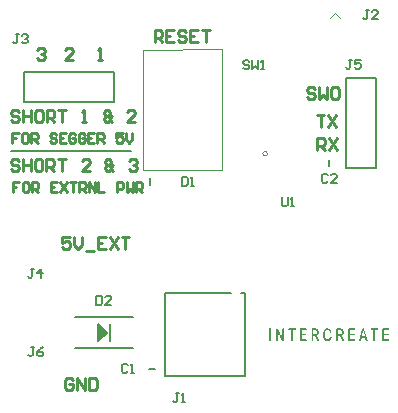
<source format=gto>
G04*
G04 #@! TF.GenerationSoftware,Altium Limited,Altium Designer,24.6.1 (21)*
G04*
G04 Layer_Color=65535*
%FSLAX44Y44*%
%MOMM*%
G71*
G04*
G04 #@! TF.SameCoordinates,8DCAB7A9-A94A-4F5B-9992-067C88242E54*
G04*
G04*
G04 #@! TF.FilePolarity,Positive*
G04*
G01*
G75*
%ADD10C,0.1000*%
%ADD11C,0.1524*%
%ADD12C,0.1270*%
%ADD13C,0.2000*%
%ADD14C,0.2540*%
G36*
X86360Y67056D02*
X79502Y60198D01*
Y73914D01*
X86360Y67056D01*
D02*
G37*
G36*
X273837Y70518D02*
X274155Y70454D01*
X274917Y70264D01*
X275298Y70010D01*
X275679Y69756D01*
X275742Y69692D01*
X275869Y69629D01*
X275996Y69438D01*
X276187Y69248D01*
X276568Y68549D01*
X276758Y68168D01*
X276822Y67724D01*
Y67279D01*
Y67216D01*
X276758Y67152D01*
X276695Y67089D01*
X276504Y67025D01*
X275552D01*
X275488Y67089D01*
X275361Y67152D01*
X275298Y67279D01*
Y67470D01*
Y67533D01*
Y67597D01*
X275234Y67914D01*
X275044Y68359D01*
X274726Y68740D01*
X274663Y68803D01*
X274409Y68994D01*
X274028Y69121D01*
X273520Y69184D01*
X273329D01*
X272948Y69121D01*
X272504Y68994D01*
X272059Y68740D01*
X271996Y68676D01*
X271805Y68422D01*
X271615Y68041D01*
X271488Y67597D01*
Y67470D01*
X271424Y67216D01*
Y66771D01*
Y66200D01*
X271361Y65501D01*
Y64676D01*
X271488Y63025D01*
Y62898D01*
X271615Y62580D01*
X271742Y62199D01*
X272059Y61818D01*
X272186Y61755D01*
X272440Y61628D01*
X272885Y61437D01*
X273393Y61374D01*
X273520D01*
X273837Y61437D01*
X274282Y61564D01*
X274663Y61818D01*
X274726Y61882D01*
X274980Y62136D01*
X275171Y62517D01*
X275298Y63025D01*
Y63342D01*
Y63406D01*
X275361Y63533D01*
X275425Y63596D01*
X275615Y63660D01*
X276568D01*
X276695Y63596D01*
X276758Y63533D01*
X276822Y63342D01*
Y62961D01*
Y62898D01*
X276758Y62771D01*
Y62517D01*
X276631Y62199D01*
X276314Y61437D01*
X276060Y61120D01*
X275742Y60739D01*
X275679Y60675D01*
X275615Y60612D01*
X275361Y60485D01*
X275107Y60294D01*
X274790Y60104D01*
X274409Y59977D01*
X273964Y59913D01*
X273456Y59850D01*
X273202D01*
X272948Y59913D01*
X272631Y59977D01*
X271869Y60231D01*
X271424Y60421D01*
X271043Y60739D01*
X270980Y60802D01*
X270916Y60929D01*
X270726Y61120D01*
X270535Y61374D01*
X270218Y62072D01*
X270027Y62453D01*
X269964Y62961D01*
Y63088D01*
Y63342D01*
Y63787D01*
Y64358D01*
Y65057D01*
Y65819D01*
Y67470D01*
Y67533D01*
X270027Y67724D01*
Y67914D01*
X270154Y68232D01*
X270472Y68994D01*
X270726Y69375D01*
X271043Y69692D01*
X271107Y69756D01*
X271234Y69819D01*
X271424Y69946D01*
X271742Y70137D01*
X272440Y70454D01*
X272885Y70518D01*
X273393Y70581D01*
X273647D01*
X273837Y70518D01*
D02*
G37*
G36*
X236245Y70327D02*
X236309Y70200D01*
Y60231D01*
Y60167D01*
Y60104D01*
X236182Y60040D01*
X236055Y59977D01*
X234594D01*
X234531Y60040D01*
X234467Y60167D01*
X231483Y67597D01*
X231419Y67660D01*
X231356D01*
X231292Y67597D01*
Y60167D01*
Y60104D01*
X231229Y60040D01*
X231165Y59913D01*
X230975Y59850D01*
X230213D01*
X230149Y59913D01*
X230022Y59977D01*
X229959Y60167D01*
Y70073D01*
Y70137D01*
X230022Y70264D01*
X230086Y70327D01*
X230276Y70391D01*
X231673D01*
X231737Y70327D01*
X231800Y70200D01*
X234721Y62707D01*
X234848Y62644D01*
X234912D01*
X235039Y62707D01*
Y70200D01*
Y70264D01*
X235102Y70327D01*
X235166Y70391D01*
X235356Y70454D01*
X236182D01*
X236245Y70327D01*
D02*
G37*
G36*
X284442Y70518D02*
X284759Y70454D01*
X285521Y70264D01*
X285839Y70010D01*
X286220Y69756D01*
X286283Y69692D01*
X286347Y69629D01*
X286537Y69438D01*
X286728Y69248D01*
X287109Y68549D01*
X287363Y67724D01*
Y67660D01*
Y67533D01*
Y67343D01*
X287299Y67089D01*
X287172Y66517D01*
X286855Y65882D01*
X286791Y65755D01*
X286537Y65438D01*
X286093Y65057D01*
X285521Y64739D01*
X285458Y64676D01*
X285331Y64549D01*
X285267Y64422D01*
Y64295D01*
X285331Y64231D01*
X287109Y60485D01*
Y60421D01*
Y60358D01*
Y60167D01*
X286918Y60040D01*
X285902D01*
X285775Y60104D01*
X285585Y60167D01*
X285521Y60358D01*
X283743Y64104D01*
Y64168D01*
X283616Y64231D01*
X283489Y64295D01*
X282664Y64231D01*
X282600Y64168D01*
X282537Y64104D01*
X282473D01*
Y60358D01*
Y60294D01*
X282410Y60231D01*
X282346Y60104D01*
X282156Y60040D01*
X281203D01*
X281140Y60104D01*
X281076Y60167D01*
X281013Y60358D01*
Y70264D01*
Y70327D01*
X281076Y70454D01*
X281140Y70518D01*
X281267Y70581D01*
X284188D01*
X284442Y70518D01*
D02*
G37*
G36*
X263360D02*
X263677Y70454D01*
X264376Y70264D01*
X264757Y70010D01*
X265138Y69756D01*
X265201Y69692D01*
X265265Y69629D01*
X265455Y69438D01*
X265646Y69248D01*
X266027Y68549D01*
X266154Y68168D01*
X266217Y67724D01*
Y67660D01*
Y67533D01*
Y67343D01*
Y67089D01*
X266090Y66517D01*
X265773Y65882D01*
X265709Y65755D01*
X265455Y65438D01*
X265011Y65057D01*
X264439Y64739D01*
X264376Y64676D01*
X264249Y64549D01*
X264122Y64422D01*
Y64295D01*
X264185Y64231D01*
X266027Y60485D01*
Y60421D01*
X266090Y60358D01*
X266027Y60167D01*
X265900Y60040D01*
X264820D01*
X264757Y60104D01*
X264630Y60167D01*
X264503Y60358D01*
X262852Y64104D01*
X262788Y64168D01*
X262534Y64295D01*
X261518Y64231D01*
X261455Y64168D01*
X261391Y64104D01*
X261328D01*
Y60358D01*
Y60294D01*
X261264Y60231D01*
X261201Y60104D01*
X261010Y60040D01*
X260185D01*
X260121Y60104D01*
X259994Y60167D01*
X259931Y60358D01*
Y70264D01*
Y70327D01*
X259994Y70454D01*
X260058Y70518D01*
X260248Y70581D01*
X263106D01*
X263360Y70518D01*
D02*
G37*
G36*
X325272Y70327D02*
X325336Y70200D01*
Y69375D01*
Y69311D01*
X325272Y69184D01*
X325209Y69057D01*
X325018Y68994D01*
X321526D01*
X321462Y68930D01*
Y68867D01*
Y66200D01*
X321526D01*
X321589Y66136D01*
X325018D01*
X325082Y66073D01*
X325145Y66009D01*
X325209Y65819D01*
Y64993D01*
Y64930D01*
Y64866D01*
X325082Y64803D01*
X324955Y64739D01*
X321589D01*
X321526Y64676D01*
X321462Y64612D01*
X321335Y61564D01*
Y61501D01*
X321399Y61437D01*
X321462Y61374D01*
X321526Y61437D01*
X325209D01*
X325336Y61374D01*
X325463Y61310D01*
X325526Y61120D01*
Y60231D01*
Y60167D01*
X325463Y60104D01*
X325399Y60040D01*
X325145Y59977D01*
X320192D01*
X320065Y60040D01*
X319938Y60104D01*
X319875Y60231D01*
Y70200D01*
Y70264D01*
X319938Y70327D01*
X320065Y70391D01*
X320256Y70454D01*
X325209D01*
X325272Y70327D01*
D02*
G37*
G36*
X316255D02*
X316319Y70200D01*
Y69375D01*
Y69311D01*
X316255Y69184D01*
X316192Y69057D01*
X316001Y68994D01*
X313842D01*
X313779Y68930D01*
X313715Y68867D01*
Y68740D01*
Y68549D01*
Y68168D01*
Y67660D01*
Y66898D01*
Y66390D01*
Y65882D01*
Y65311D01*
Y64612D01*
Y60231D01*
Y60167D01*
X313652Y60104D01*
X313588Y60040D01*
X313398Y59977D01*
X312572D01*
X312509Y60040D01*
X312382Y60104D01*
X312318Y60231D01*
Y68867D01*
Y68930D01*
X312255Y68994D01*
X310159D01*
X310096Y69057D01*
X310032Y69184D01*
X309969Y69375D01*
Y70200D01*
Y70264D01*
X310032Y70327D01*
X310096Y70391D01*
X310223Y70454D01*
X316192D01*
X316255Y70327D01*
D02*
G37*
G36*
X304571Y70391D02*
X304698Y70264D01*
X307492Y60231D01*
X307429Y60104D01*
X307365Y60040D01*
X307175Y59977D01*
X306286D01*
X306095Y60040D01*
X305968Y60167D01*
X305270Y62453D01*
Y62517D01*
X305206Y62580D01*
X305143Y62644D01*
X302476D01*
X302349Y62580D01*
X302222Y62453D01*
X301650Y60167D01*
X301587Y60104D01*
X301523Y60040D01*
X301333Y59977D01*
X300380D01*
X300317Y60040D01*
X300190Y60104D01*
X300126Y60231D01*
X302984Y70264D01*
Y70327D01*
X303047Y70391D01*
X303111Y70454D01*
X304508D01*
X304571Y70391D01*
D02*
G37*
G36*
X296570Y70327D02*
X296634Y70200D01*
Y69375D01*
Y69311D01*
Y69184D01*
X296507Y69057D01*
X296380Y68994D01*
X292760D01*
X292570Y68867D01*
Y66200D01*
X292633Y66136D01*
X296126D01*
X296253Y66073D01*
X296316Y66009D01*
X296380Y65819D01*
Y64993D01*
Y64930D01*
X296316Y64866D01*
X296253Y64803D01*
X296062Y64739D01*
X292697D01*
X292633Y64676D01*
X292570Y64612D01*
Y61564D01*
X292760D01*
Y61501D01*
Y61437D01*
X292824Y61374D01*
X292887Y61437D01*
X296507D01*
X296634Y61374D01*
X296697Y61310D01*
X296761Y61120D01*
Y60231D01*
Y60167D01*
X296697Y60104D01*
X296634Y60040D01*
X296443Y59977D01*
X291427D01*
X291363Y60040D01*
X291236Y60104D01*
X291173Y60231D01*
Y70200D01*
Y70264D01*
X291236Y70327D01*
X291300Y70391D01*
X291490Y70454D01*
X296507D01*
X296570Y70327D01*
D02*
G37*
G36*
X255613D02*
X255676Y70200D01*
Y69375D01*
Y69311D01*
X255613Y69184D01*
X255549Y69057D01*
X255359Y68994D01*
X251803D01*
X251612Y68867D01*
Y66200D01*
X251676Y66136D01*
X255168D01*
X255232Y66073D01*
X255295Y66009D01*
X255359Y65819D01*
Y64993D01*
Y64930D01*
Y64866D01*
X255232Y64803D01*
X255105Y64739D01*
X251739D01*
X251485Y64612D01*
Y61564D01*
X251739D01*
Y61501D01*
Y61437D01*
Y61374D01*
X251803Y61437D01*
X255422D01*
X255549Y61374D01*
X255613Y61310D01*
X255676Y61120D01*
Y60231D01*
Y60167D01*
X255613Y60104D01*
X255549Y60040D01*
X255359Y59977D01*
X250469D01*
X250406Y60040D01*
X250279Y60104D01*
X250215Y60231D01*
Y70200D01*
Y70264D01*
X250279Y70327D01*
X250342Y70391D01*
X250533Y70454D01*
X255549D01*
X255613Y70327D01*
D02*
G37*
G36*
X246405D02*
X246469Y70200D01*
Y69375D01*
Y69311D01*
X246405Y69184D01*
X246342Y69057D01*
X246151Y68994D01*
X243929D01*
Y68930D01*
X243992D01*
Y68867D01*
Y68740D01*
Y68549D01*
Y68168D01*
Y67660D01*
Y66898D01*
Y66390D01*
Y65882D01*
Y65311D01*
Y64612D01*
Y60231D01*
Y60167D01*
X243929Y60104D01*
X243865Y60040D01*
X243675Y59977D01*
X242722D01*
X242659Y60040D01*
X242532Y60104D01*
X242468Y60231D01*
Y68867D01*
Y68930D01*
Y68994D01*
X240436D01*
X240309Y69057D01*
X240182Y69184D01*
X240119Y69375D01*
Y70200D01*
Y70264D01*
X240182Y70327D01*
X240309Y70391D01*
X240500Y70454D01*
X246342D01*
X246405Y70327D01*
D02*
G37*
G36*
X225260D02*
X225323Y70200D01*
Y60231D01*
Y60167D01*
X225260Y60104D01*
X225196Y60040D01*
X225006Y59977D01*
X224180D01*
X224053Y60040D01*
X223926Y60104D01*
Y60231D01*
Y70200D01*
Y70264D01*
Y70327D01*
X224053Y70391D01*
X224244Y70454D01*
X225196D01*
X225260Y70327D01*
D02*
G37*
%LPC*%
G36*
X283934Y69057D02*
X282664Y68994D01*
X282600D01*
X282537Y68930D01*
X282473Y68867D01*
Y65692D01*
X282537Y65628D01*
X284061D01*
X284442Y65692D01*
X284823Y65819D01*
X285267Y66136D01*
X285331Y66263D01*
X285521Y66517D01*
X285712Y66898D01*
X285775Y67406D01*
Y67470D01*
Y67533D01*
X285712Y67787D01*
X285585Y68168D01*
X285267Y68549D01*
X285204Y68613D01*
X284886Y68803D01*
X284505Y68994D01*
X283934Y69057D01*
D02*
G37*
G36*
X262915D02*
X261518Y68994D01*
X261455D01*
X261391Y68930D01*
X261328Y68867D01*
Y65692D01*
X261391D01*
X261455Y65628D01*
X263042D01*
X263360Y65692D01*
X263741Y65819D01*
X264122Y66136D01*
X264185Y66263D01*
X264376Y66517D01*
X264566Y66898D01*
X264630Y67406D01*
Y67470D01*
Y67533D01*
X264566Y67787D01*
X264439Y68168D01*
X264122Y68549D01*
X264058Y68613D01*
X263804Y68803D01*
X263423Y68994D01*
X262915Y69057D01*
D02*
G37*
G36*
X303936Y68613D02*
X303873D01*
X303809Y68486D01*
X302793Y64295D01*
Y64231D01*
X302857Y64168D01*
X302920Y64104D01*
X304889D01*
X304952Y64168D01*
X304889Y64295D01*
X304000Y68486D01*
Y68549D01*
X303936Y68613D01*
D02*
G37*
%LPD*%
D10*
X222492Y218422D02*
G03*
X222492Y218422I-1938J0D01*
G01*
X275606Y333545D02*
X279606Y337545D01*
X283606Y333545D01*
X116860Y210032D02*
Y306032D01*
X183860Y307047D01*
Y205032D02*
Y307047D01*
X116860Y205032D02*
X183860D01*
X116860D02*
Y210032D01*
D11*
X136144Y30226D02*
Y100584D01*
Y30226D02*
X203962D01*
Y100584D01*
Y100838D01*
X200152D02*
X203962D01*
X136144D02*
X191516D01*
X136144Y100584D02*
Y100838D01*
X274635Y207652D02*
Y212732D01*
X59944Y80010D02*
X108712D01*
X59944Y54102D02*
X108712D01*
X79502Y60198D02*
X86360Y67056D01*
X79502Y73914D02*
X86360Y67056D01*
X79502Y60198D02*
Y73914D01*
X89154Y60198D02*
Y73914D01*
X123096Y198072D02*
X123096Y192072D01*
X121920Y35812D02*
X127000D01*
D12*
X5842Y220980D02*
X106680D01*
X234698Y181609D02*
Y175261D01*
X235967Y173991D01*
X238506D01*
X239776Y175261D01*
Y181609D01*
X242315Y173991D02*
X244854D01*
X243585D01*
Y181609D01*
X242315Y180339D01*
X25146Y54609D02*
X22607D01*
X23877D01*
Y48261D01*
X22607Y46991D01*
X21338D01*
X20068Y48261D01*
X32764Y54609D02*
X30225Y53339D01*
X27686Y50800D01*
Y48261D01*
X28955Y46991D01*
X31494D01*
X32764Y48261D01*
Y49530D01*
X31494Y50800D01*
X27686D01*
X308356Y339851D02*
X305817D01*
X307087D01*
Y333503D01*
X305817Y332233D01*
X304548D01*
X303278Y333503D01*
X315974Y332233D02*
X310896D01*
X315974Y337312D01*
Y338581D01*
X314704Y339851D01*
X312165D01*
X310896Y338581D01*
X207011Y296163D02*
X205742Y297433D01*
X203202D01*
X201933Y296163D01*
Y294894D01*
X203202Y293624D01*
X205742D01*
X207011Y292354D01*
Y291085D01*
X205742Y289815D01*
X203202D01*
X201933Y291085D01*
X209550Y297433D02*
Y289815D01*
X212090Y292354D01*
X214629Y289815D01*
Y297433D01*
X217168Y289815D02*
X219707D01*
X218438D01*
Y297433D01*
X217168Y296163D01*
X293970Y298150D02*
X291431D01*
X292701D01*
Y291802D01*
X291431Y290532D01*
X290162D01*
X288892Y291802D01*
X301588Y298150D02*
X296509D01*
Y294341D01*
X299049Y295610D01*
X300318D01*
X301588Y294341D01*
Y291802D01*
X300318Y290532D01*
X297779D01*
X296509Y291802D01*
X24638Y120903D02*
X22099D01*
X23369D01*
Y114555D01*
X22099Y113285D01*
X20830D01*
X19560Y114555D01*
X30986Y113285D02*
Y120903D01*
X27178Y117094D01*
X32256D01*
X11938Y319785D02*
X9399D01*
X10669D01*
Y313437D01*
X9399Y312167D01*
X8130D01*
X6860Y313437D01*
X14478Y318515D02*
X15747Y319785D01*
X18286D01*
X19556Y318515D01*
Y317246D01*
X18286Y315976D01*
X17017D01*
X18286D01*
X19556Y314706D01*
Y313437D01*
X18286Y312167D01*
X15747D01*
X14478Y313437D01*
X147574Y15493D02*
X145035D01*
X146304D01*
Y9145D01*
X145035Y7875D01*
X143765D01*
X142496Y9145D01*
X150113Y7875D02*
X152652D01*
X151383D01*
Y15493D01*
X150113Y14223D01*
X77726Y98043D02*
Y90425D01*
X81535D01*
X82804Y91695D01*
Y96773D01*
X81535Y98043D01*
X77726D01*
X90422Y90425D02*
X85344D01*
X90422Y95504D01*
Y96773D01*
X89152Y98043D01*
X86613D01*
X85344Y96773D01*
X150116Y198881D02*
Y191263D01*
X153924D01*
X155194Y192533D01*
Y197611D01*
X153924Y198881D01*
X150116D01*
X157733Y191263D02*
X160272D01*
X159003D01*
Y198881D01*
X157733Y197611D01*
X273558Y200151D02*
X272289Y201421D01*
X269750D01*
X268480Y200151D01*
Y195073D01*
X269750Y193803D01*
X272289D01*
X273558Y195073D01*
X281176Y193803D02*
X276098D01*
X281176Y198882D01*
Y200151D01*
X279906Y201421D01*
X277367D01*
X276098Y200151D01*
X104394Y39369D02*
X103124Y40639D01*
X100585D01*
X99316Y39369D01*
Y34291D01*
X100585Y33021D01*
X103124D01*
X104394Y34291D01*
X106933Y33021D02*
X109472D01*
X108203D01*
Y40639D01*
X106933Y39369D01*
D13*
X93029Y262424D02*
X93029Y287824D01*
X16829Y262424D02*
X93029Y262424D01*
X16829Y262424D02*
Y287824D01*
X93029D01*
X288798Y206756D02*
Y282956D01*
Y206756D02*
X314198D01*
X314198Y282956D02*
X314198Y206756D01*
X288798Y282956D02*
X314198Y282956D01*
D14*
X12608Y194171D02*
X7277D01*
Y190172D01*
X9942D01*
X7277D01*
Y186173D01*
X19273Y194171D02*
X16607D01*
X15274Y192838D01*
Y187506D01*
X16607Y186173D01*
X19273D01*
X20606Y187506D01*
Y192838D01*
X19273Y194171D01*
X23272Y186173D02*
Y194171D01*
X27270D01*
X28603Y192838D01*
Y190172D01*
X27270Y188839D01*
X23272D01*
X25937D02*
X28603Y186173D01*
X44598Y194171D02*
X39266D01*
Y186173D01*
X44598D01*
X39266Y190172D02*
X41932D01*
X47264Y194171D02*
X52595Y186173D01*
Y194171D02*
X47264Y186173D01*
X55261Y194171D02*
X60593D01*
X57927D01*
Y186173D01*
X63259D02*
Y194171D01*
X67257D01*
X68590Y192838D01*
Y190172D01*
X67257Y188839D01*
X63259D01*
X65925D02*
X68590Y186173D01*
X71256D02*
Y194171D01*
X76588Y186173D01*
Y194171D01*
X79254D02*
Y186173D01*
X84585D01*
X95248D02*
Y194171D01*
X99247D01*
X100580Y192838D01*
Y190172D01*
X99247Y188839D01*
X95248D01*
X103246Y194171D02*
Y186173D01*
X105912Y188839D01*
X108577Y186173D01*
Y194171D01*
X111243Y186173D02*
Y194171D01*
X115242D01*
X116575Y192838D01*
Y190172D01*
X115242Y188839D01*
X111243D01*
X113909D02*
X116575Y186173D01*
X12095Y212168D02*
X10429Y213834D01*
X7097D01*
X5430Y212168D01*
Y210502D01*
X7097Y208836D01*
X10429D01*
X12095Y207170D01*
Y205504D01*
X10429Y203838D01*
X7097D01*
X5430Y205504D01*
X15427Y213834D02*
Y203838D01*
Y208836D01*
X22092D01*
Y213834D01*
Y203838D01*
X30422Y213834D02*
X27090D01*
X25424Y212168D01*
Y205504D01*
X27090Y203838D01*
X30422D01*
X32088Y205504D01*
Y212168D01*
X30422Y213834D01*
X35421Y203838D02*
Y213834D01*
X40419D01*
X42085Y212168D01*
Y208836D01*
X40419Y207170D01*
X35421D01*
X38753D02*
X42085Y203838D01*
X45418Y213834D02*
X52082D01*
X48750D01*
Y203838D01*
X72076D02*
X65411D01*
X72076Y210502D01*
Y212168D01*
X70409Y213834D01*
X67077D01*
X65411Y212168D01*
X92069Y203838D02*
X90403Y205504D01*
X88737Y203838D01*
X87071D01*
X85405Y205504D01*
Y207170D01*
X87071Y208836D01*
X85405Y210502D01*
Y212168D01*
X87071Y213834D01*
X88737D01*
X90403Y212168D01*
Y210502D01*
X88737Y208836D01*
X90403Y207170D01*
Y205504D01*
X92069Y208836D02*
X90403Y207170D01*
X87071Y208836D02*
X88737D01*
X105398Y212168D02*
X107064Y213834D01*
X110397D01*
X112063Y212168D01*
Y210502D01*
X110397Y208836D01*
X108730D01*
X110397D01*
X112063Y207170D01*
Y205504D01*
X110397Y203838D01*
X107064D01*
X105398Y205504D01*
X11936Y235835D02*
X6604D01*
Y231837D01*
X9270D01*
X6604D01*
Y227838D01*
X18600Y235835D02*
X15934D01*
X14601Y234503D01*
Y229171D01*
X15934Y227838D01*
X18600D01*
X19933Y229171D01*
Y234503D01*
X18600Y235835D01*
X22599Y227838D02*
Y235835D01*
X26598D01*
X27930Y234503D01*
Y231837D01*
X26598Y230504D01*
X22599D01*
X25265D02*
X27930Y227838D01*
X43925Y234503D02*
X42592Y235835D01*
X39927D01*
X38594Y234503D01*
Y233170D01*
X39927Y231837D01*
X42592D01*
X43925Y230504D01*
Y229171D01*
X42592Y227838D01*
X39927D01*
X38594Y229171D01*
X51923Y235835D02*
X46591D01*
Y227838D01*
X51923D01*
X46591Y231837D02*
X49257D01*
X59920Y234503D02*
X58587Y235835D01*
X55921D01*
X54588Y234503D01*
Y229171D01*
X55921Y227838D01*
X58587D01*
X59920Y229171D01*
Y231837D01*
X57254D01*
X67917Y234503D02*
X66585Y235835D01*
X63919D01*
X62586Y234503D01*
Y229171D01*
X63919Y227838D01*
X66585D01*
X67917Y229171D01*
Y231837D01*
X65252D01*
X75915Y235835D02*
X70583D01*
Y227838D01*
X75915D01*
X70583Y231837D02*
X73249D01*
X78581Y227838D02*
Y235835D01*
X82579D01*
X83912Y234503D01*
Y231837D01*
X82579Y230504D01*
X78581D01*
X81247D02*
X83912Y227838D01*
X99907Y235835D02*
X94576D01*
Y231837D01*
X97241Y233170D01*
X98574D01*
X99907Y231837D01*
Y229171D01*
X98574Y227838D01*
X95908D01*
X94576Y229171D01*
X102573Y235835D02*
Y230504D01*
X105239Y227838D01*
X107905Y230504D01*
Y235835D01*
X12253Y253695D02*
X10586Y255361D01*
X7254D01*
X5588Y253695D01*
Y252029D01*
X7254Y250362D01*
X10586D01*
X12253Y248696D01*
Y247030D01*
X10586Y245364D01*
X7254D01*
X5588Y247030D01*
X15585Y255361D02*
Y245364D01*
Y250362D01*
X22249D01*
Y255361D01*
Y245364D01*
X30580Y255361D02*
X27248D01*
X25582Y253695D01*
Y247030D01*
X27248Y245364D01*
X30580D01*
X32246Y247030D01*
Y253695D01*
X30580Y255361D01*
X35578Y245364D02*
Y255361D01*
X40577D01*
X42243Y253695D01*
Y250362D01*
X40577Y248696D01*
X35578D01*
X38911D02*
X42243Y245364D01*
X45575Y255361D02*
X52240D01*
X48907D01*
Y245364D01*
X65569D02*
X68901D01*
X67235D01*
Y255361D01*
X65569Y253695D01*
X90561Y245364D02*
X88895Y247030D01*
X87228Y245364D01*
X85562D01*
X83896Y247030D01*
Y248696D01*
X85562Y250362D01*
X83896Y252029D01*
Y253695D01*
X85562Y255361D01*
X87228D01*
X88895Y253695D01*
Y252029D01*
X87228Y250362D01*
X88895Y248696D01*
Y247030D01*
X90561Y250362D02*
X88895Y248696D01*
X85562Y250362D02*
X87228D01*
X110554Y245364D02*
X103890D01*
X110554Y252029D01*
Y253695D01*
X108888Y255361D01*
X105556D01*
X103890Y253695D01*
X55686Y148061D02*
X49022D01*
Y143062D01*
X52354Y144729D01*
X54020D01*
X55686Y143062D01*
Y139730D01*
X54020Y138064D01*
X50688D01*
X49022Y139730D01*
X59019Y148061D02*
Y141396D01*
X62351Y138064D01*
X65683Y141396D01*
Y148061D01*
X69016Y136398D02*
X75680D01*
X85677Y148061D02*
X79012D01*
Y138064D01*
X85677D01*
X79012Y143062D02*
X82345D01*
X89009Y148061D02*
X95674Y138064D01*
Y148061D02*
X89009Y138064D01*
X99006Y148061D02*
X105670D01*
X102338D01*
Y138064D01*
X27178Y306019D02*
X28844Y307685D01*
X32176D01*
X33842Y306019D01*
Y304352D01*
X32176Y302686D01*
X30510D01*
X32176D01*
X33842Y301020D01*
Y299354D01*
X32176Y297688D01*
X28844D01*
X27178Y299354D01*
X57972Y297688D02*
X51308D01*
X57972Y304352D01*
Y306019D01*
X56306Y307685D01*
X52974D01*
X51308Y306019D01*
X78847Y297688D02*
X82179D01*
X80513D01*
Y307685D01*
X78847Y306019D01*
X127000Y313436D02*
Y323433D01*
X131998D01*
X133665Y321767D01*
Y318434D01*
X131998Y316768D01*
X127000D01*
X130332D02*
X133665Y313436D01*
X143661Y323433D02*
X136997D01*
Y313436D01*
X143661D01*
X136997Y318434D02*
X140329D01*
X153658Y321767D02*
X151992Y323433D01*
X148660D01*
X146994Y321767D01*
Y320101D01*
X148660Y318434D01*
X151992D01*
X153658Y316768D01*
Y315102D01*
X151992Y313436D01*
X148660D01*
X146994Y315102D01*
X163655Y323433D02*
X156990D01*
Y313436D01*
X163655D01*
X156990Y318434D02*
X160323D01*
X166987Y323433D02*
X173652D01*
X170319D01*
Y313436D01*
X58226Y27127D02*
X56560Y28793D01*
X53228D01*
X51562Y27127D01*
Y20462D01*
X53228Y18796D01*
X56560D01*
X58226Y20462D01*
Y23794D01*
X54894D01*
X61559Y18796D02*
Y28793D01*
X68223Y18796D01*
Y28793D01*
X71556D02*
Y18796D01*
X76554D01*
X78220Y20462D01*
Y27127D01*
X76554Y28793D01*
X71556D01*
X264414Y221488D02*
Y231485D01*
X269412D01*
X271078Y229819D01*
Y226486D01*
X269412Y224820D01*
X264414D01*
X267746D02*
X271078Y221488D01*
X274411Y231485D02*
X281075Y221488D01*
Y231485D02*
X274411Y221488D01*
X264160Y251297D02*
X270825D01*
X267492D01*
Y241300D01*
X274157Y251297D02*
X280821Y241300D01*
Y251297D02*
X274157Y241300D01*
X262950Y273507D02*
X261284Y275173D01*
X257952D01*
X256286Y273507D01*
Y271840D01*
X257952Y270174D01*
X261284D01*
X262950Y268508D01*
Y266842D01*
X261284Y265176D01*
X257952D01*
X256286Y266842D01*
X266283Y275173D02*
Y265176D01*
X269615Y268508D01*
X272947Y265176D01*
Y275173D01*
X281278D02*
X277946D01*
X276280Y273507D01*
Y266842D01*
X277946Y265176D01*
X281278D01*
X282944Y266842D01*
Y273507D01*
X281278Y275173D01*
M02*

</source>
